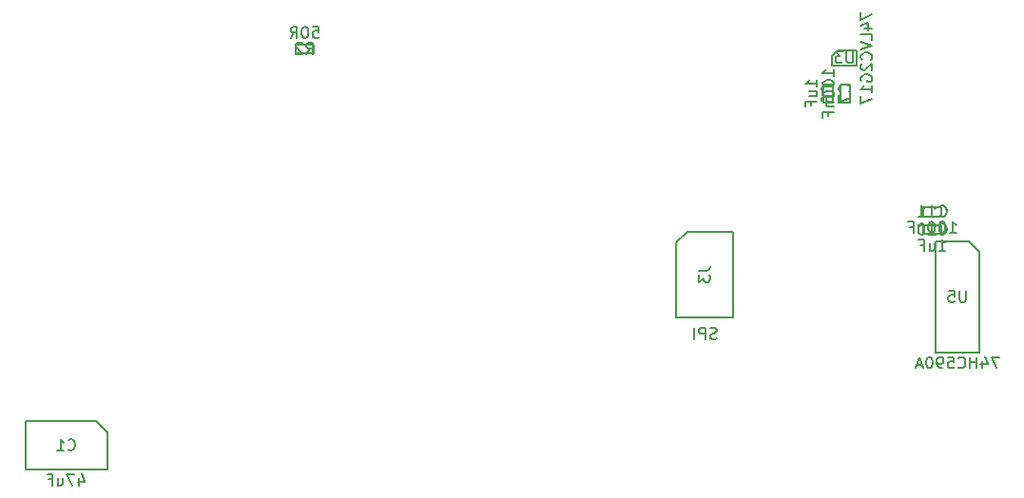
<source format=gbr>
%TF.GenerationSoftware,KiCad,Pcbnew,(5.1.2)-1*%
%TF.CreationDate,2020-09-11T17:40:03+02:00*%
%TF.ProjectId,ArduinoShield_SPIlinedriver_Sync_2V0,41726475-696e-46f5-9368-69656c645f53,3.1*%
%TF.SameCoordinates,Original*%
%TF.FileFunction,Other,Fab,Bot*%
%FSLAX46Y46*%
G04 Gerber Fmt 4.6, Leading zero omitted, Abs format (unit mm)*
G04 Created by KiCad (PCBNEW (5.1.2)-1) date 2020-09-11 17:40:03*
%MOMM*%
%LPD*%
G04 APERTURE LIST*
%ADD10C,0.150000*%
G04 APERTURE END LIST*
D10*
X170815000Y-89941400D02*
X166735000Y-89941400D01*
X166735000Y-89941400D02*
X165735000Y-90941400D01*
X165735000Y-90941400D02*
X165735000Y-97561400D01*
X165735000Y-97561400D02*
X170815000Y-97561400D01*
X170815000Y-97561400D02*
X170815000Y-89941400D01*
X192704000Y-91783000D02*
X191729000Y-90808000D01*
X192704000Y-100708000D02*
X192704000Y-91783000D01*
X188804000Y-100708000D02*
X192704000Y-100708000D01*
X188804000Y-90808000D02*
X188804000Y-100708000D01*
X191729000Y-90808000D02*
X188804000Y-90808000D01*
X180346400Y-76822400D02*
X180346400Y-78422400D01*
X181146400Y-76822400D02*
X180346400Y-76822400D01*
X181146400Y-78422400D02*
X181146400Y-76822400D01*
X180346400Y-78422400D02*
X181146400Y-78422400D01*
X187718800Y-88588800D02*
X189318800Y-88588800D01*
X187718800Y-87788800D02*
X187718800Y-88588800D01*
X189318800Y-87788800D02*
X187718800Y-87788800D01*
X189318800Y-88588800D02*
X189318800Y-87788800D01*
X178822400Y-76822400D02*
X178822400Y-78422400D01*
X179622400Y-76822400D02*
X178822400Y-76822400D01*
X179622400Y-78422400D02*
X179622400Y-76822400D01*
X178822400Y-78422400D02*
X179622400Y-78422400D01*
X187718800Y-90163600D02*
X189318800Y-90163600D01*
X187718800Y-89363600D02*
X187718800Y-90163600D01*
X189318800Y-89363600D02*
X187718800Y-89363600D01*
X189318800Y-90163600D02*
X189318800Y-89363600D01*
X179598201Y-75132401D02*
X179598201Y-74282401D01*
X180098201Y-73782401D02*
X181798201Y-73782401D01*
X179598201Y-75132401D02*
X181798201Y-75132401D01*
X181798201Y-75132401D02*
X181798201Y-73782401D01*
X179598201Y-74282401D02*
X180098201Y-73782401D01*
X107741700Y-106841400D02*
X114041700Y-106841400D01*
X114041700Y-106841400D02*
X115041700Y-107841400D01*
X115041700Y-107841400D02*
X115041700Y-111141400D01*
X115041700Y-111141400D02*
X107741700Y-111141400D01*
X107741700Y-111141400D02*
X107741700Y-106841400D01*
X131826000Y-73260000D02*
X131826000Y-74060000D01*
X131826000Y-74060000D02*
X133426000Y-74060000D01*
X133426000Y-74060000D02*
X133426000Y-73260000D01*
X133426000Y-73260000D02*
X131826000Y-73260000D01*
X169298809Y-99466161D02*
X169155952Y-99513780D01*
X168917857Y-99513780D01*
X168822619Y-99466161D01*
X168775000Y-99418542D01*
X168727380Y-99323304D01*
X168727380Y-99228066D01*
X168775000Y-99132828D01*
X168822619Y-99085209D01*
X168917857Y-99037590D01*
X169108333Y-98989971D01*
X169203571Y-98942352D01*
X169251190Y-98894733D01*
X169298809Y-98799495D01*
X169298809Y-98704257D01*
X169251190Y-98609019D01*
X169203571Y-98561400D01*
X169108333Y-98513780D01*
X168870238Y-98513780D01*
X168727380Y-98561400D01*
X168298809Y-99513780D02*
X168298809Y-98513780D01*
X167917857Y-98513780D01*
X167822619Y-98561400D01*
X167775000Y-98609019D01*
X167727380Y-98704257D01*
X167727380Y-98847114D01*
X167775000Y-98942352D01*
X167822619Y-98989971D01*
X167917857Y-99037590D01*
X168298809Y-99037590D01*
X167298809Y-99513780D02*
X167298809Y-98513780D01*
X167727380Y-93418066D02*
X168441666Y-93418066D01*
X168584523Y-93370447D01*
X168679761Y-93275209D01*
X168727380Y-93132352D01*
X168727380Y-93037114D01*
X167727380Y-93799019D02*
X167727380Y-94418066D01*
X168108333Y-94084733D01*
X168108333Y-94227590D01*
X168155952Y-94322828D01*
X168203571Y-94370447D01*
X168298809Y-94418066D01*
X168536904Y-94418066D01*
X168632142Y-94370447D01*
X168679761Y-94322828D01*
X168727380Y-94227590D01*
X168727380Y-93941876D01*
X168679761Y-93846638D01*
X168632142Y-93799019D01*
X194444476Y-101110380D02*
X193777809Y-101110380D01*
X194206380Y-102110380D01*
X192968285Y-101443714D02*
X192968285Y-102110380D01*
X193206380Y-101062761D02*
X193444476Y-101777047D01*
X192825428Y-101777047D01*
X192444476Y-102110380D02*
X192444476Y-101110380D01*
X192444476Y-101586571D02*
X191873047Y-101586571D01*
X191873047Y-102110380D02*
X191873047Y-101110380D01*
X190825428Y-102015142D02*
X190873047Y-102062761D01*
X191015904Y-102110380D01*
X191111142Y-102110380D01*
X191254000Y-102062761D01*
X191349238Y-101967523D01*
X191396857Y-101872285D01*
X191444476Y-101681809D01*
X191444476Y-101538952D01*
X191396857Y-101348476D01*
X191349238Y-101253238D01*
X191254000Y-101158000D01*
X191111142Y-101110380D01*
X191015904Y-101110380D01*
X190873047Y-101158000D01*
X190825428Y-101205619D01*
X189920666Y-101110380D02*
X190396857Y-101110380D01*
X190444476Y-101586571D01*
X190396857Y-101538952D01*
X190301619Y-101491333D01*
X190063523Y-101491333D01*
X189968285Y-101538952D01*
X189920666Y-101586571D01*
X189873047Y-101681809D01*
X189873047Y-101919904D01*
X189920666Y-102015142D01*
X189968285Y-102062761D01*
X190063523Y-102110380D01*
X190301619Y-102110380D01*
X190396857Y-102062761D01*
X190444476Y-102015142D01*
X189396857Y-102110380D02*
X189206380Y-102110380D01*
X189111142Y-102062761D01*
X189063523Y-102015142D01*
X188968285Y-101872285D01*
X188920666Y-101681809D01*
X188920666Y-101300857D01*
X188968285Y-101205619D01*
X189015904Y-101158000D01*
X189111142Y-101110380D01*
X189301619Y-101110380D01*
X189396857Y-101158000D01*
X189444476Y-101205619D01*
X189492095Y-101300857D01*
X189492095Y-101538952D01*
X189444476Y-101634190D01*
X189396857Y-101681809D01*
X189301619Y-101729428D01*
X189111142Y-101729428D01*
X189015904Y-101681809D01*
X188968285Y-101634190D01*
X188920666Y-101538952D01*
X188301619Y-101110380D02*
X188206380Y-101110380D01*
X188111142Y-101158000D01*
X188063523Y-101205619D01*
X188015904Y-101300857D01*
X187968285Y-101491333D01*
X187968285Y-101729428D01*
X188015904Y-101919904D01*
X188063523Y-102015142D01*
X188111142Y-102062761D01*
X188206380Y-102110380D01*
X188301619Y-102110380D01*
X188396857Y-102062761D01*
X188444476Y-102015142D01*
X188492095Y-101919904D01*
X188539714Y-101729428D01*
X188539714Y-101491333D01*
X188492095Y-101300857D01*
X188444476Y-101205619D01*
X188396857Y-101158000D01*
X188301619Y-101110380D01*
X187587333Y-101824666D02*
X187111142Y-101824666D01*
X187682571Y-102110380D02*
X187349238Y-101110380D01*
X187015904Y-102110380D01*
X191515904Y-95210380D02*
X191515904Y-96019904D01*
X191468285Y-96115142D01*
X191420666Y-96162761D01*
X191325428Y-96210380D01*
X191134952Y-96210380D01*
X191039714Y-96162761D01*
X190992095Y-96115142D01*
X190944476Y-96019904D01*
X190944476Y-95210380D01*
X189992095Y-95210380D02*
X190468285Y-95210380D01*
X190515904Y-95686571D01*
X190468285Y-95638952D01*
X190373047Y-95591333D01*
X190134952Y-95591333D01*
X190039714Y-95638952D01*
X189992095Y-95686571D01*
X189944476Y-95781809D01*
X189944476Y-96019904D01*
X189992095Y-96115142D01*
X190039714Y-96162761D01*
X190134952Y-96210380D01*
X190373047Y-96210380D01*
X190468285Y-96162761D01*
X190515904Y-96115142D01*
X179768780Y-76074780D02*
X179768780Y-75503352D01*
X179768780Y-75789066D02*
X178768780Y-75789066D01*
X178911638Y-75693828D01*
X179006876Y-75598590D01*
X179054495Y-75503352D01*
X178768780Y-76693828D02*
X178768780Y-76789066D01*
X178816400Y-76884304D01*
X178864019Y-76931923D01*
X178959257Y-76979542D01*
X179149733Y-77027161D01*
X179387828Y-77027161D01*
X179578304Y-76979542D01*
X179673542Y-76931923D01*
X179721161Y-76884304D01*
X179768780Y-76789066D01*
X179768780Y-76693828D01*
X179721161Y-76598590D01*
X179673542Y-76550971D01*
X179578304Y-76503352D01*
X179387828Y-76455733D01*
X179149733Y-76455733D01*
X178959257Y-76503352D01*
X178864019Y-76550971D01*
X178816400Y-76598590D01*
X178768780Y-76693828D01*
X178768780Y-77646209D02*
X178768780Y-77741447D01*
X178816400Y-77836685D01*
X178864019Y-77884304D01*
X178959257Y-77931923D01*
X179149733Y-77979542D01*
X179387828Y-77979542D01*
X179578304Y-77931923D01*
X179673542Y-77884304D01*
X179721161Y-77836685D01*
X179768780Y-77741447D01*
X179768780Y-77646209D01*
X179721161Y-77550971D01*
X179673542Y-77503352D01*
X179578304Y-77455733D01*
X179387828Y-77408114D01*
X179149733Y-77408114D01*
X178959257Y-77455733D01*
X178864019Y-77503352D01*
X178816400Y-77550971D01*
X178768780Y-77646209D01*
X179102114Y-78408114D02*
X179768780Y-78408114D01*
X179197352Y-78408114D02*
X179149733Y-78455733D01*
X179102114Y-78550971D01*
X179102114Y-78693828D01*
X179149733Y-78789066D01*
X179244971Y-78836685D01*
X179768780Y-78836685D01*
X179244971Y-79646209D02*
X179244971Y-79312876D01*
X179768780Y-79312876D02*
X178768780Y-79312876D01*
X178768780Y-79789066D01*
X181103542Y-77455733D02*
X181151161Y-77408114D01*
X181198780Y-77265257D01*
X181198780Y-77170019D01*
X181151161Y-77027161D01*
X181055923Y-76931923D01*
X180960685Y-76884304D01*
X180770209Y-76836685D01*
X180627352Y-76836685D01*
X180436876Y-76884304D01*
X180341638Y-76931923D01*
X180246400Y-77027161D01*
X180198780Y-77170019D01*
X180198780Y-77265257D01*
X180246400Y-77408114D01*
X180294019Y-77455733D01*
X180198780Y-77789066D02*
X180198780Y-78455733D01*
X181198780Y-78027161D01*
X190066419Y-90071180D02*
X190637847Y-90071180D01*
X190352133Y-90071180D02*
X190352133Y-89071180D01*
X190447371Y-89214038D01*
X190542609Y-89309276D01*
X190637847Y-89356895D01*
X189447371Y-89071180D02*
X189352133Y-89071180D01*
X189256895Y-89118800D01*
X189209276Y-89166419D01*
X189161657Y-89261657D01*
X189114038Y-89452133D01*
X189114038Y-89690228D01*
X189161657Y-89880704D01*
X189209276Y-89975942D01*
X189256895Y-90023561D01*
X189352133Y-90071180D01*
X189447371Y-90071180D01*
X189542609Y-90023561D01*
X189590228Y-89975942D01*
X189637847Y-89880704D01*
X189685466Y-89690228D01*
X189685466Y-89452133D01*
X189637847Y-89261657D01*
X189590228Y-89166419D01*
X189542609Y-89118800D01*
X189447371Y-89071180D01*
X188494990Y-89071180D02*
X188399752Y-89071180D01*
X188304514Y-89118800D01*
X188256895Y-89166419D01*
X188209276Y-89261657D01*
X188161657Y-89452133D01*
X188161657Y-89690228D01*
X188209276Y-89880704D01*
X188256895Y-89975942D01*
X188304514Y-90023561D01*
X188399752Y-90071180D01*
X188494990Y-90071180D01*
X188590228Y-90023561D01*
X188637847Y-89975942D01*
X188685466Y-89880704D01*
X188733085Y-89690228D01*
X188733085Y-89452133D01*
X188685466Y-89261657D01*
X188637847Y-89166419D01*
X188590228Y-89118800D01*
X188494990Y-89071180D01*
X187733085Y-89404514D02*
X187733085Y-90071180D01*
X187733085Y-89499752D02*
X187685466Y-89452133D01*
X187590228Y-89404514D01*
X187447371Y-89404514D01*
X187352133Y-89452133D01*
X187304514Y-89547371D01*
X187304514Y-90071180D01*
X186494990Y-89547371D02*
X186828323Y-89547371D01*
X186828323Y-90071180D02*
X186828323Y-89071180D01*
X186352133Y-89071180D01*
X189161657Y-88545942D02*
X189209276Y-88593561D01*
X189352133Y-88641180D01*
X189447371Y-88641180D01*
X189590228Y-88593561D01*
X189685466Y-88498323D01*
X189733085Y-88403085D01*
X189780704Y-88212609D01*
X189780704Y-88069752D01*
X189733085Y-87879276D01*
X189685466Y-87784038D01*
X189590228Y-87688800D01*
X189447371Y-87641180D01*
X189352133Y-87641180D01*
X189209276Y-87688800D01*
X189161657Y-87736419D01*
X188209276Y-88641180D02*
X188780704Y-88641180D01*
X188494990Y-88641180D02*
X188494990Y-87641180D01*
X188590228Y-87784038D01*
X188685466Y-87879276D01*
X188780704Y-87926895D01*
X187256895Y-88641180D02*
X187828323Y-88641180D01*
X187542609Y-88641180D02*
X187542609Y-87641180D01*
X187637847Y-87784038D01*
X187733085Y-87879276D01*
X187828323Y-87926895D01*
X178244780Y-77027161D02*
X178244780Y-76455733D01*
X178244780Y-76741447D02*
X177244780Y-76741447D01*
X177387638Y-76646209D01*
X177482876Y-76550971D01*
X177530495Y-76455733D01*
X177578114Y-77884304D02*
X178244780Y-77884304D01*
X177578114Y-77455733D02*
X178101923Y-77455733D01*
X178197161Y-77503352D01*
X178244780Y-77598590D01*
X178244780Y-77741447D01*
X178197161Y-77836685D01*
X178149542Y-77884304D01*
X177720971Y-78693828D02*
X177720971Y-78360495D01*
X178244780Y-78360495D02*
X177244780Y-78360495D01*
X177244780Y-78836685D01*
X179579542Y-77455733D02*
X179627161Y-77408114D01*
X179674780Y-77265257D01*
X179674780Y-77170019D01*
X179627161Y-77027161D01*
X179531923Y-76931923D01*
X179436685Y-76884304D01*
X179246209Y-76836685D01*
X179103352Y-76836685D01*
X178912876Y-76884304D01*
X178817638Y-76931923D01*
X178722400Y-77027161D01*
X178674780Y-77170019D01*
X178674780Y-77265257D01*
X178722400Y-77408114D01*
X178770019Y-77455733D01*
X178674780Y-78312876D02*
X178674780Y-78122400D01*
X178722400Y-78027161D01*
X178770019Y-77979542D01*
X178912876Y-77884304D01*
X179103352Y-77836685D01*
X179484304Y-77836685D01*
X179579542Y-77884304D01*
X179627161Y-77931923D01*
X179674780Y-78027161D01*
X179674780Y-78217638D01*
X179627161Y-78312876D01*
X179579542Y-78360495D01*
X179484304Y-78408114D01*
X179246209Y-78408114D01*
X179150971Y-78360495D01*
X179103352Y-78312876D01*
X179055733Y-78217638D01*
X179055733Y-78027161D01*
X179103352Y-77931923D01*
X179150971Y-77884304D01*
X179246209Y-77836685D01*
X189114038Y-91645980D02*
X189685466Y-91645980D01*
X189399752Y-91645980D02*
X189399752Y-90645980D01*
X189494990Y-90788838D01*
X189590228Y-90884076D01*
X189685466Y-90931695D01*
X188256895Y-90979314D02*
X188256895Y-91645980D01*
X188685466Y-90979314D02*
X188685466Y-91503123D01*
X188637847Y-91598361D01*
X188542609Y-91645980D01*
X188399752Y-91645980D01*
X188304514Y-91598361D01*
X188256895Y-91550742D01*
X187447371Y-91122171D02*
X187780704Y-91122171D01*
X187780704Y-91645980D02*
X187780704Y-90645980D01*
X187304514Y-90645980D01*
X189161657Y-90120742D02*
X189209276Y-90168361D01*
X189352133Y-90215980D01*
X189447371Y-90215980D01*
X189590228Y-90168361D01*
X189685466Y-90073123D01*
X189733085Y-89977885D01*
X189780704Y-89787409D01*
X189780704Y-89644552D01*
X189733085Y-89454076D01*
X189685466Y-89358838D01*
X189590228Y-89263600D01*
X189447371Y-89215980D01*
X189352133Y-89215980D01*
X189209276Y-89263600D01*
X189161657Y-89311219D01*
X188209276Y-90215980D02*
X188780704Y-90215980D01*
X188494990Y-90215980D02*
X188494990Y-89215980D01*
X188590228Y-89358838D01*
X188685466Y-89454076D01*
X188780704Y-89501695D01*
X187590228Y-89215980D02*
X187494990Y-89215980D01*
X187399752Y-89263600D01*
X187352133Y-89311219D01*
X187304514Y-89406457D01*
X187256895Y-89596933D01*
X187256895Y-89835028D01*
X187304514Y-90025504D01*
X187352133Y-90120742D01*
X187399752Y-90168361D01*
X187494990Y-90215980D01*
X187590228Y-90215980D01*
X187685466Y-90168361D01*
X187733085Y-90120742D01*
X187780704Y-90025504D01*
X187828323Y-89835028D01*
X187828323Y-89596933D01*
X187780704Y-89406457D01*
X187733085Y-89311219D01*
X187685466Y-89263600D01*
X187590228Y-89215980D01*
X182150581Y-70385972D02*
X182150581Y-71052639D01*
X183150581Y-70624067D01*
X182483915Y-71862162D02*
X183150581Y-71862162D01*
X182102962Y-71624067D02*
X182817248Y-71385972D01*
X182817248Y-72005020D01*
X183150581Y-72862162D02*
X183150581Y-72385972D01*
X182150581Y-72385972D01*
X182150581Y-73052639D02*
X183150581Y-73385972D01*
X182150581Y-73719305D01*
X183055343Y-74624067D02*
X183102962Y-74576448D01*
X183150581Y-74433591D01*
X183150581Y-74338353D01*
X183102962Y-74195496D01*
X183007724Y-74100258D01*
X182912486Y-74052639D01*
X182722010Y-74005020D01*
X182579153Y-74005020D01*
X182388677Y-74052639D01*
X182293439Y-74100258D01*
X182198201Y-74195496D01*
X182150581Y-74338353D01*
X182150581Y-74433591D01*
X182198201Y-74576448D01*
X182245820Y-74624067D01*
X182245820Y-75005020D02*
X182198201Y-75052639D01*
X182150581Y-75147877D01*
X182150581Y-75385972D01*
X182198201Y-75481210D01*
X182245820Y-75528829D01*
X182341058Y-75576448D01*
X182436296Y-75576448D01*
X182579153Y-75528829D01*
X183150581Y-74957401D01*
X183150581Y-75576448D01*
X182198201Y-76528829D02*
X182150581Y-76433591D01*
X182150581Y-76290734D01*
X182198201Y-76147877D01*
X182293439Y-76052639D01*
X182388677Y-76005020D01*
X182579153Y-75957401D01*
X182722010Y-75957401D01*
X182912486Y-76005020D01*
X183007724Y-76052639D01*
X183102962Y-76147877D01*
X183150581Y-76290734D01*
X183150581Y-76385972D01*
X183102962Y-76528829D01*
X183055343Y-76576448D01*
X182722010Y-76576448D01*
X182722010Y-76385972D01*
X183150581Y-77528829D02*
X183150581Y-76957401D01*
X183150581Y-77243115D02*
X182150581Y-77243115D01*
X182293439Y-77147877D01*
X182388677Y-77052639D01*
X182436296Y-76957401D01*
X182150581Y-77862162D02*
X182150581Y-78528829D01*
X183150581Y-78100258D01*
X181460105Y-73909781D02*
X181460105Y-74719305D01*
X181412486Y-74814543D01*
X181364867Y-74862162D01*
X181269629Y-74909781D01*
X181079153Y-74909781D01*
X180983915Y-74862162D01*
X180936296Y-74814543D01*
X180888677Y-74719305D01*
X180888677Y-73909781D01*
X180507724Y-73909781D02*
X179888677Y-73909781D01*
X180222010Y-74290734D01*
X180079153Y-74290734D01*
X179983915Y-74338353D01*
X179936296Y-74385972D01*
X179888677Y-74481210D01*
X179888677Y-74719305D01*
X179936296Y-74814543D01*
X179983915Y-74862162D01*
X180079153Y-74909781D01*
X180364867Y-74909781D01*
X180460105Y-74862162D01*
X180507724Y-74814543D01*
X112558366Y-111877114D02*
X112558366Y-112543780D01*
X112796461Y-111496161D02*
X113034557Y-112210447D01*
X112415509Y-112210447D01*
X112129795Y-111543780D02*
X111463128Y-111543780D01*
X111891700Y-112543780D01*
X110653604Y-111877114D02*
X110653604Y-112543780D01*
X111082176Y-111877114D02*
X111082176Y-112400923D01*
X111034557Y-112496161D01*
X110939319Y-112543780D01*
X110796461Y-112543780D01*
X110701223Y-112496161D01*
X110653604Y-112448542D01*
X109844080Y-112019971D02*
X110177414Y-112019971D01*
X110177414Y-112543780D02*
X110177414Y-111543780D01*
X109701223Y-111543780D01*
X111558366Y-109348542D02*
X111605985Y-109396161D01*
X111748842Y-109443780D01*
X111844080Y-109443780D01*
X111986938Y-109396161D01*
X112082176Y-109300923D01*
X112129795Y-109205685D01*
X112177414Y-109015209D01*
X112177414Y-108872352D01*
X112129795Y-108681876D01*
X112082176Y-108586638D01*
X111986938Y-108491400D01*
X111844080Y-108443780D01*
X111748842Y-108443780D01*
X111605985Y-108491400D01*
X111558366Y-108539019D01*
X110605985Y-109443780D02*
X111177414Y-109443780D01*
X110891700Y-109443780D02*
X110891700Y-108443780D01*
X110986938Y-108586638D01*
X111082176Y-108681876D01*
X111177414Y-108729495D01*
X133364095Y-71682380D02*
X133840285Y-71682380D01*
X133887904Y-72158571D01*
X133840285Y-72110952D01*
X133745047Y-72063333D01*
X133506952Y-72063333D01*
X133411714Y-72110952D01*
X133364095Y-72158571D01*
X133316476Y-72253809D01*
X133316476Y-72491904D01*
X133364095Y-72587142D01*
X133411714Y-72634761D01*
X133506952Y-72682380D01*
X133745047Y-72682380D01*
X133840285Y-72634761D01*
X133887904Y-72587142D01*
X132697428Y-71682380D02*
X132602190Y-71682380D01*
X132506952Y-71730000D01*
X132459333Y-71777619D01*
X132411714Y-71872857D01*
X132364095Y-72063333D01*
X132364095Y-72301428D01*
X132411714Y-72491904D01*
X132459333Y-72587142D01*
X132506952Y-72634761D01*
X132602190Y-72682380D01*
X132697428Y-72682380D01*
X132792666Y-72634761D01*
X132840285Y-72587142D01*
X132887904Y-72491904D01*
X132935523Y-72301428D01*
X132935523Y-72063333D01*
X132887904Y-71872857D01*
X132840285Y-71777619D01*
X132792666Y-71730000D01*
X132697428Y-71682380D01*
X131364095Y-72682380D02*
X131697428Y-72206190D01*
X131935523Y-72682380D02*
X131935523Y-71682380D01*
X131554571Y-71682380D01*
X131459333Y-71730000D01*
X131411714Y-71777619D01*
X131364095Y-71872857D01*
X131364095Y-72015714D01*
X131411714Y-72110952D01*
X131459333Y-72158571D01*
X131554571Y-72206190D01*
X131935523Y-72206190D01*
X132792666Y-74112380D02*
X133126000Y-73636190D01*
X133364095Y-74112380D02*
X133364095Y-73112380D01*
X132983142Y-73112380D01*
X132887904Y-73160000D01*
X132840285Y-73207619D01*
X132792666Y-73302857D01*
X132792666Y-73445714D01*
X132840285Y-73540952D01*
X132887904Y-73588571D01*
X132983142Y-73636190D01*
X133364095Y-73636190D01*
X132411714Y-73207619D02*
X132364095Y-73160000D01*
X132268857Y-73112380D01*
X132030761Y-73112380D01*
X131935523Y-73160000D01*
X131887904Y-73207619D01*
X131840285Y-73302857D01*
X131840285Y-73398095D01*
X131887904Y-73540952D01*
X132459333Y-74112380D01*
X131840285Y-74112380D01*
M02*

</source>
